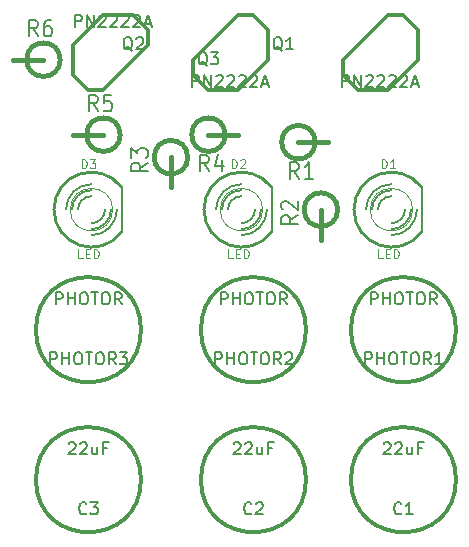
<source format=gto>
G04 (created by PCBNEW (2013-jul-07)-stable) date Friday 21 August 2015 08:53:58 AM IST*
%MOIN*%
G04 Gerber Fmt 3.4, Leading zero omitted, Abs format*
%FSLAX34Y34*%
G01*
G70*
G90*
G04 APERTURE LIST*
%ADD10C,0.00590551*%
%ADD11C,0.012*%
%ADD12C,0.015*%
%ADD13C,0.008*%
%ADD14C,0.003*%
%ADD15C,0.01*%
%ADD16C,0.006*%
%ADD17C,0.0035*%
G04 APERTURE END LIST*
G54D10*
G54D11*
X99500Y-70500D02*
X98000Y-72000D01*
X98000Y-72000D02*
X98000Y-72500D01*
X98000Y-72500D02*
X98500Y-73000D01*
X98500Y-73000D02*
X99500Y-73000D01*
X99500Y-73000D02*
X100500Y-72000D01*
X100500Y-72000D02*
X100500Y-71000D01*
X100500Y-71000D02*
X100000Y-70500D01*
X100000Y-70500D02*
X99500Y-70500D01*
X94500Y-70500D02*
X93000Y-72000D01*
X93000Y-72000D02*
X93000Y-72500D01*
X93000Y-72500D02*
X93500Y-73000D01*
X93500Y-73000D02*
X94500Y-73000D01*
X94500Y-73000D02*
X95500Y-72000D01*
X95500Y-72000D02*
X95500Y-71000D01*
X95500Y-71000D02*
X95000Y-70500D01*
X95000Y-70500D02*
X94500Y-70500D01*
X90000Y-73000D02*
X91500Y-71500D01*
X91500Y-71500D02*
X91500Y-71000D01*
X91500Y-71000D02*
X91000Y-70500D01*
X91000Y-70500D02*
X90000Y-70500D01*
X90000Y-70500D02*
X89000Y-71500D01*
X89000Y-71500D02*
X89000Y-72500D01*
X89000Y-72500D02*
X89500Y-73000D01*
X89500Y-73000D02*
X90000Y-73000D01*
G54D12*
X90000Y-74500D02*
X89000Y-74500D01*
X90559Y-74500D02*
G75*
G03X90559Y-74500I-559J0D01*
G74*
G01*
X97250Y-77000D02*
X97250Y-78000D01*
X97809Y-77000D02*
G75*
G03X97809Y-77000I-559J0D01*
G74*
G01*
X96500Y-74750D02*
X97500Y-74750D01*
X97059Y-74750D02*
G75*
G03X97059Y-74750I-559J0D01*
G74*
G01*
X93500Y-74500D02*
X94500Y-74500D01*
X94059Y-74500D02*
G75*
G03X94059Y-74500I-559J0D01*
G74*
G01*
X92250Y-75250D02*
X92250Y-76250D01*
X92809Y-75250D02*
G75*
G03X92809Y-75250I-559J0D01*
G74*
G01*
X88000Y-72000D02*
X87000Y-72000D01*
X88559Y-72000D02*
G75*
G03X88559Y-72000I-559J0D01*
G74*
G01*
G54D13*
X95620Y-77750D02*
X95620Y-76250D01*
G54D14*
X95307Y-77000D02*
G75*
G03X95307Y-77000I-707J0D01*
G74*
G01*
G54D15*
X95599Y-76249D02*
G75*
G03X95599Y-77750I-999J-750D01*
G74*
G01*
G54D16*
X94600Y-76550D02*
G75*
G03X94150Y-77000I0J-450D01*
G74*
G01*
X94600Y-77450D02*
G75*
G03X95050Y-77000I0J450D01*
G74*
G01*
X94600Y-76350D02*
G75*
G03X93950Y-77000I0J-650D01*
G74*
G01*
X94600Y-77650D02*
G75*
G03X95250Y-77000I0J650D01*
G74*
G01*
X94600Y-76150D02*
G75*
G03X93750Y-77000I0J-850D01*
G74*
G01*
X94600Y-77850D02*
G75*
G03X95450Y-77000I0J850D01*
G74*
G01*
G54D13*
X100620Y-77750D02*
X100620Y-76250D01*
G54D14*
X100307Y-77000D02*
G75*
G03X100307Y-77000I-707J0D01*
G74*
G01*
G54D15*
X100599Y-76249D02*
G75*
G03X100599Y-77750I-999J-750D01*
G74*
G01*
G54D16*
X99600Y-76550D02*
G75*
G03X99150Y-77000I0J-450D01*
G74*
G01*
X99600Y-77450D02*
G75*
G03X100050Y-77000I0J450D01*
G74*
G01*
X99600Y-76350D02*
G75*
G03X98950Y-77000I0J-650D01*
G74*
G01*
X99600Y-77650D02*
G75*
G03X100250Y-77000I0J650D01*
G74*
G01*
X99600Y-76150D02*
G75*
G03X98750Y-77000I0J-850D01*
G74*
G01*
X99600Y-77850D02*
G75*
G03X100450Y-77000I0J850D01*
G74*
G01*
G54D13*
X90620Y-77750D02*
X90620Y-76250D01*
G54D14*
X90307Y-77000D02*
G75*
G03X90307Y-77000I-707J0D01*
G74*
G01*
G54D15*
X90599Y-76249D02*
G75*
G03X90599Y-77750I-999J-750D01*
G74*
G01*
G54D16*
X89600Y-76550D02*
G75*
G03X89150Y-77000I0J-450D01*
G74*
G01*
X89600Y-77450D02*
G75*
G03X90050Y-77000I0J450D01*
G74*
G01*
X89600Y-76350D02*
G75*
G03X88950Y-77000I0J-650D01*
G74*
G01*
X89600Y-77650D02*
G75*
G03X90250Y-77000I0J650D01*
G74*
G01*
X89600Y-76150D02*
G75*
G03X88750Y-77000I0J-850D01*
G74*
G01*
X89600Y-77850D02*
G75*
G03X90450Y-77000I0J850D01*
G74*
G01*
G54D11*
X96750Y-86000D02*
G75*
G03X96750Y-86000I-1750J0D01*
G74*
G01*
X96750Y-81000D02*
G75*
G03X96750Y-81000I-1750J0D01*
G74*
G01*
X91250Y-81000D02*
G75*
G03X91250Y-81000I-1750J0D01*
G74*
G01*
X101750Y-86000D02*
G75*
G03X101750Y-86000I-1750J0D01*
G74*
G01*
X101750Y-81000D02*
G75*
G03X101750Y-81000I-1750J0D01*
G74*
G01*
X91250Y-86000D02*
G75*
G03X91250Y-86000I-1750J0D01*
G74*
G01*
G54D13*
X95961Y-71700D02*
X95923Y-71680D01*
X95885Y-71642D01*
X95828Y-71585D01*
X95790Y-71566D01*
X95752Y-71566D01*
X95771Y-71661D02*
X95733Y-71642D01*
X95695Y-71604D01*
X95676Y-71528D01*
X95676Y-71395D01*
X95695Y-71319D01*
X95733Y-71280D01*
X95771Y-71261D01*
X95847Y-71261D01*
X95885Y-71280D01*
X95923Y-71319D01*
X95942Y-71395D01*
X95942Y-71528D01*
X95923Y-71604D01*
X95885Y-71642D01*
X95847Y-71661D01*
X95771Y-71661D01*
X96323Y-71661D02*
X96095Y-71661D01*
X96209Y-71661D02*
X96209Y-71261D01*
X96171Y-71319D01*
X96133Y-71357D01*
X96095Y-71376D01*
X97952Y-72911D02*
X97952Y-72511D01*
X98104Y-72511D01*
X98142Y-72530D01*
X98161Y-72550D01*
X98180Y-72588D01*
X98180Y-72645D01*
X98161Y-72683D01*
X98142Y-72702D01*
X98104Y-72721D01*
X97952Y-72721D01*
X98352Y-72911D02*
X98352Y-72511D01*
X98580Y-72911D01*
X98580Y-72511D01*
X98752Y-72550D02*
X98771Y-72530D01*
X98809Y-72511D01*
X98904Y-72511D01*
X98942Y-72530D01*
X98961Y-72550D01*
X98980Y-72588D01*
X98980Y-72626D01*
X98961Y-72683D01*
X98733Y-72911D01*
X98980Y-72911D01*
X99133Y-72550D02*
X99152Y-72530D01*
X99190Y-72511D01*
X99285Y-72511D01*
X99323Y-72530D01*
X99342Y-72550D01*
X99361Y-72588D01*
X99361Y-72626D01*
X99342Y-72683D01*
X99114Y-72911D01*
X99361Y-72911D01*
X99514Y-72550D02*
X99533Y-72530D01*
X99571Y-72511D01*
X99666Y-72511D01*
X99704Y-72530D01*
X99723Y-72550D01*
X99742Y-72588D01*
X99742Y-72626D01*
X99723Y-72683D01*
X99495Y-72911D01*
X99742Y-72911D01*
X99895Y-72550D02*
X99914Y-72530D01*
X99952Y-72511D01*
X100047Y-72511D01*
X100085Y-72530D01*
X100104Y-72550D01*
X100123Y-72588D01*
X100123Y-72626D01*
X100104Y-72683D01*
X99876Y-72911D01*
X100123Y-72911D01*
X100276Y-72797D02*
X100466Y-72797D01*
X100238Y-72911D02*
X100371Y-72511D01*
X100504Y-72911D01*
X90961Y-71700D02*
X90923Y-71680D01*
X90885Y-71642D01*
X90828Y-71585D01*
X90790Y-71566D01*
X90752Y-71566D01*
X90771Y-71661D02*
X90733Y-71642D01*
X90695Y-71604D01*
X90676Y-71528D01*
X90676Y-71395D01*
X90695Y-71319D01*
X90733Y-71280D01*
X90771Y-71261D01*
X90847Y-71261D01*
X90885Y-71280D01*
X90923Y-71319D01*
X90942Y-71395D01*
X90942Y-71528D01*
X90923Y-71604D01*
X90885Y-71642D01*
X90847Y-71661D01*
X90771Y-71661D01*
X91095Y-71300D02*
X91114Y-71280D01*
X91152Y-71261D01*
X91247Y-71261D01*
X91285Y-71280D01*
X91304Y-71300D01*
X91323Y-71338D01*
X91323Y-71376D01*
X91304Y-71433D01*
X91076Y-71661D01*
X91323Y-71661D01*
X92952Y-72911D02*
X92952Y-72511D01*
X93104Y-72511D01*
X93142Y-72530D01*
X93161Y-72550D01*
X93180Y-72588D01*
X93180Y-72645D01*
X93161Y-72683D01*
X93142Y-72702D01*
X93104Y-72721D01*
X92952Y-72721D01*
X93352Y-72911D02*
X93352Y-72511D01*
X93580Y-72911D01*
X93580Y-72511D01*
X93752Y-72550D02*
X93771Y-72530D01*
X93809Y-72511D01*
X93904Y-72511D01*
X93942Y-72530D01*
X93961Y-72550D01*
X93980Y-72588D01*
X93980Y-72626D01*
X93961Y-72683D01*
X93733Y-72911D01*
X93980Y-72911D01*
X94133Y-72550D02*
X94152Y-72530D01*
X94190Y-72511D01*
X94285Y-72511D01*
X94323Y-72530D01*
X94342Y-72550D01*
X94361Y-72588D01*
X94361Y-72626D01*
X94342Y-72683D01*
X94114Y-72911D01*
X94361Y-72911D01*
X94514Y-72550D02*
X94533Y-72530D01*
X94571Y-72511D01*
X94666Y-72511D01*
X94704Y-72530D01*
X94723Y-72550D01*
X94742Y-72588D01*
X94742Y-72626D01*
X94723Y-72683D01*
X94495Y-72911D01*
X94742Y-72911D01*
X94895Y-72550D02*
X94914Y-72530D01*
X94952Y-72511D01*
X95047Y-72511D01*
X95085Y-72530D01*
X95104Y-72550D01*
X95123Y-72588D01*
X95123Y-72626D01*
X95104Y-72683D01*
X94876Y-72911D01*
X95123Y-72911D01*
X95276Y-72797D02*
X95466Y-72797D01*
X95238Y-72911D02*
X95371Y-72511D01*
X95504Y-72911D01*
X93461Y-72200D02*
X93423Y-72180D01*
X93385Y-72142D01*
X93328Y-72085D01*
X93290Y-72066D01*
X93252Y-72066D01*
X93271Y-72161D02*
X93233Y-72142D01*
X93195Y-72104D01*
X93176Y-72028D01*
X93176Y-71895D01*
X93195Y-71819D01*
X93233Y-71780D01*
X93271Y-71761D01*
X93347Y-71761D01*
X93385Y-71780D01*
X93423Y-71819D01*
X93442Y-71895D01*
X93442Y-72028D01*
X93423Y-72104D01*
X93385Y-72142D01*
X93347Y-72161D01*
X93271Y-72161D01*
X93576Y-71761D02*
X93823Y-71761D01*
X93690Y-71914D01*
X93747Y-71914D01*
X93785Y-71933D01*
X93804Y-71952D01*
X93823Y-71990D01*
X93823Y-72085D01*
X93804Y-72123D01*
X93785Y-72142D01*
X93747Y-72161D01*
X93633Y-72161D01*
X93595Y-72142D01*
X93576Y-72123D01*
X89052Y-70911D02*
X89052Y-70511D01*
X89204Y-70511D01*
X89242Y-70530D01*
X89261Y-70550D01*
X89280Y-70588D01*
X89280Y-70645D01*
X89261Y-70683D01*
X89242Y-70702D01*
X89204Y-70721D01*
X89052Y-70721D01*
X89452Y-70911D02*
X89452Y-70511D01*
X89680Y-70911D01*
X89680Y-70511D01*
X89852Y-70550D02*
X89871Y-70530D01*
X89909Y-70511D01*
X90004Y-70511D01*
X90042Y-70530D01*
X90061Y-70550D01*
X90080Y-70588D01*
X90080Y-70626D01*
X90061Y-70683D01*
X89833Y-70911D01*
X90080Y-70911D01*
X90233Y-70550D02*
X90252Y-70530D01*
X90290Y-70511D01*
X90385Y-70511D01*
X90423Y-70530D01*
X90442Y-70550D01*
X90461Y-70588D01*
X90461Y-70626D01*
X90442Y-70683D01*
X90214Y-70911D01*
X90461Y-70911D01*
X90614Y-70550D02*
X90633Y-70530D01*
X90671Y-70511D01*
X90766Y-70511D01*
X90804Y-70530D01*
X90823Y-70550D01*
X90842Y-70588D01*
X90842Y-70626D01*
X90823Y-70683D01*
X90595Y-70911D01*
X90842Y-70911D01*
X90995Y-70550D02*
X91014Y-70530D01*
X91052Y-70511D01*
X91147Y-70511D01*
X91185Y-70530D01*
X91204Y-70550D01*
X91223Y-70588D01*
X91223Y-70626D01*
X91204Y-70683D01*
X90976Y-70911D01*
X91223Y-70911D01*
X91376Y-70797D02*
X91566Y-70797D01*
X91338Y-70911D02*
X91471Y-70511D01*
X91604Y-70911D01*
X89816Y-73722D02*
X89650Y-73460D01*
X89530Y-73722D02*
X89530Y-73172D01*
X89721Y-73172D01*
X89769Y-73198D01*
X89792Y-73225D01*
X89816Y-73277D01*
X89816Y-73355D01*
X89792Y-73408D01*
X89769Y-73434D01*
X89721Y-73460D01*
X89530Y-73460D01*
X90269Y-73172D02*
X90030Y-73172D01*
X90007Y-73434D01*
X90030Y-73408D01*
X90078Y-73382D01*
X90197Y-73382D01*
X90245Y-73408D01*
X90269Y-73434D01*
X90292Y-73486D01*
X90292Y-73617D01*
X90269Y-73670D01*
X90245Y-73696D01*
X90197Y-73722D01*
X90078Y-73722D01*
X90030Y-73696D01*
X90007Y-73670D01*
X96472Y-77183D02*
X96210Y-77350D01*
X96472Y-77469D02*
X95922Y-77469D01*
X95922Y-77278D01*
X95948Y-77230D01*
X95975Y-77207D01*
X96027Y-77183D01*
X96105Y-77183D01*
X96158Y-77207D01*
X96184Y-77230D01*
X96210Y-77278D01*
X96210Y-77469D01*
X95975Y-76992D02*
X95948Y-76969D01*
X95922Y-76921D01*
X95922Y-76802D01*
X95948Y-76754D01*
X95975Y-76730D01*
X96027Y-76707D01*
X96079Y-76707D01*
X96158Y-76730D01*
X96472Y-77016D01*
X96472Y-76707D01*
X96516Y-75972D02*
X96350Y-75710D01*
X96230Y-75972D02*
X96230Y-75422D01*
X96421Y-75422D01*
X96469Y-75448D01*
X96492Y-75475D01*
X96516Y-75527D01*
X96516Y-75605D01*
X96492Y-75658D01*
X96469Y-75684D01*
X96421Y-75710D01*
X96230Y-75710D01*
X96992Y-75972D02*
X96707Y-75972D01*
X96850Y-75972D02*
X96850Y-75422D01*
X96802Y-75501D01*
X96754Y-75553D01*
X96707Y-75579D01*
X93516Y-75722D02*
X93350Y-75460D01*
X93230Y-75722D02*
X93230Y-75172D01*
X93421Y-75172D01*
X93469Y-75198D01*
X93492Y-75225D01*
X93516Y-75277D01*
X93516Y-75355D01*
X93492Y-75408D01*
X93469Y-75434D01*
X93421Y-75460D01*
X93230Y-75460D01*
X93945Y-75355D02*
X93945Y-75722D01*
X93826Y-75146D02*
X93707Y-75539D01*
X94016Y-75539D01*
X91472Y-75433D02*
X91210Y-75600D01*
X91472Y-75719D02*
X90922Y-75719D01*
X90922Y-75528D01*
X90948Y-75480D01*
X90975Y-75457D01*
X91027Y-75433D01*
X91105Y-75433D01*
X91158Y-75457D01*
X91184Y-75480D01*
X91210Y-75528D01*
X91210Y-75719D01*
X90922Y-75266D02*
X90922Y-74957D01*
X91132Y-75123D01*
X91132Y-75052D01*
X91158Y-75004D01*
X91184Y-74980D01*
X91236Y-74957D01*
X91367Y-74957D01*
X91420Y-74980D01*
X91446Y-75004D01*
X91472Y-75052D01*
X91472Y-75195D01*
X91446Y-75242D01*
X91420Y-75266D01*
X87816Y-71222D02*
X87650Y-70960D01*
X87530Y-71222D02*
X87530Y-70672D01*
X87721Y-70672D01*
X87769Y-70698D01*
X87792Y-70725D01*
X87816Y-70777D01*
X87816Y-70855D01*
X87792Y-70908D01*
X87769Y-70934D01*
X87721Y-70960D01*
X87530Y-70960D01*
X88245Y-70672D02*
X88150Y-70672D01*
X88102Y-70698D01*
X88078Y-70725D01*
X88030Y-70803D01*
X88007Y-70908D01*
X88007Y-71117D01*
X88030Y-71170D01*
X88054Y-71196D01*
X88102Y-71222D01*
X88197Y-71222D01*
X88245Y-71196D01*
X88269Y-71170D01*
X88292Y-71117D01*
X88292Y-70986D01*
X88269Y-70934D01*
X88245Y-70908D01*
X88197Y-70882D01*
X88102Y-70882D01*
X88054Y-70908D01*
X88030Y-70934D01*
X88007Y-70986D01*
G54D17*
X94278Y-75621D02*
X94278Y-75321D01*
X94350Y-75321D01*
X94392Y-75335D01*
X94421Y-75364D01*
X94435Y-75392D01*
X94450Y-75450D01*
X94450Y-75492D01*
X94435Y-75550D01*
X94421Y-75578D01*
X94392Y-75607D01*
X94350Y-75621D01*
X94278Y-75621D01*
X94564Y-75350D02*
X94578Y-75335D01*
X94607Y-75321D01*
X94678Y-75321D01*
X94707Y-75335D01*
X94721Y-75350D01*
X94735Y-75378D01*
X94735Y-75407D01*
X94721Y-75450D01*
X94550Y-75621D01*
X94735Y-75621D01*
X94307Y-78621D02*
X94164Y-78621D01*
X94164Y-78321D01*
X94407Y-78464D02*
X94507Y-78464D01*
X94550Y-78621D02*
X94407Y-78621D01*
X94407Y-78321D01*
X94550Y-78321D01*
X94678Y-78621D02*
X94678Y-78321D01*
X94750Y-78321D01*
X94792Y-78335D01*
X94821Y-78364D01*
X94835Y-78392D01*
X94850Y-78450D01*
X94850Y-78492D01*
X94835Y-78550D01*
X94821Y-78578D01*
X94792Y-78607D01*
X94750Y-78621D01*
X94678Y-78621D01*
X99278Y-75621D02*
X99278Y-75321D01*
X99350Y-75321D01*
X99392Y-75335D01*
X99421Y-75364D01*
X99435Y-75392D01*
X99450Y-75450D01*
X99450Y-75492D01*
X99435Y-75550D01*
X99421Y-75578D01*
X99392Y-75607D01*
X99350Y-75621D01*
X99278Y-75621D01*
X99735Y-75621D02*
X99564Y-75621D01*
X99650Y-75621D02*
X99650Y-75321D01*
X99621Y-75364D01*
X99592Y-75392D01*
X99564Y-75407D01*
X99307Y-78621D02*
X99164Y-78621D01*
X99164Y-78321D01*
X99407Y-78464D02*
X99507Y-78464D01*
X99550Y-78621D02*
X99407Y-78621D01*
X99407Y-78321D01*
X99550Y-78321D01*
X99678Y-78621D02*
X99678Y-78321D01*
X99750Y-78321D01*
X99792Y-78335D01*
X99821Y-78364D01*
X99835Y-78392D01*
X99850Y-78450D01*
X99850Y-78492D01*
X99835Y-78550D01*
X99821Y-78578D01*
X99792Y-78607D01*
X99750Y-78621D01*
X99678Y-78621D01*
X89278Y-75621D02*
X89278Y-75321D01*
X89350Y-75321D01*
X89392Y-75335D01*
X89421Y-75364D01*
X89435Y-75392D01*
X89450Y-75450D01*
X89450Y-75492D01*
X89435Y-75550D01*
X89421Y-75578D01*
X89392Y-75607D01*
X89350Y-75621D01*
X89278Y-75621D01*
X89550Y-75321D02*
X89735Y-75321D01*
X89635Y-75435D01*
X89678Y-75435D01*
X89707Y-75450D01*
X89721Y-75464D01*
X89735Y-75492D01*
X89735Y-75564D01*
X89721Y-75592D01*
X89707Y-75607D01*
X89678Y-75621D01*
X89592Y-75621D01*
X89564Y-75607D01*
X89550Y-75592D01*
X89307Y-78621D02*
X89164Y-78621D01*
X89164Y-78321D01*
X89407Y-78464D02*
X89507Y-78464D01*
X89550Y-78621D02*
X89407Y-78621D01*
X89407Y-78321D01*
X89550Y-78321D01*
X89678Y-78621D02*
X89678Y-78321D01*
X89750Y-78321D01*
X89792Y-78335D01*
X89821Y-78364D01*
X89835Y-78392D01*
X89850Y-78450D01*
X89850Y-78492D01*
X89835Y-78550D01*
X89821Y-78578D01*
X89792Y-78607D01*
X89750Y-78621D01*
X89678Y-78621D01*
G54D13*
X94933Y-87123D02*
X94914Y-87142D01*
X94857Y-87161D01*
X94819Y-87161D01*
X94761Y-87142D01*
X94723Y-87104D01*
X94704Y-87066D01*
X94685Y-86990D01*
X94685Y-86933D01*
X94704Y-86857D01*
X94723Y-86819D01*
X94761Y-86780D01*
X94819Y-86761D01*
X94857Y-86761D01*
X94914Y-86780D01*
X94933Y-86800D01*
X95085Y-86800D02*
X95104Y-86780D01*
X95142Y-86761D01*
X95238Y-86761D01*
X95276Y-86780D01*
X95295Y-86800D01*
X95314Y-86838D01*
X95314Y-86876D01*
X95295Y-86933D01*
X95066Y-87161D01*
X95314Y-87161D01*
X94342Y-84800D02*
X94361Y-84780D01*
X94400Y-84761D01*
X94495Y-84761D01*
X94533Y-84780D01*
X94552Y-84800D01*
X94571Y-84838D01*
X94571Y-84876D01*
X94552Y-84933D01*
X94323Y-85161D01*
X94571Y-85161D01*
X94723Y-84800D02*
X94742Y-84780D01*
X94780Y-84761D01*
X94876Y-84761D01*
X94914Y-84780D01*
X94933Y-84800D01*
X94952Y-84838D01*
X94952Y-84876D01*
X94933Y-84933D01*
X94704Y-85161D01*
X94952Y-85161D01*
X95295Y-84895D02*
X95295Y-85161D01*
X95123Y-84895D02*
X95123Y-85104D01*
X95142Y-85142D01*
X95180Y-85161D01*
X95238Y-85161D01*
X95276Y-85142D01*
X95295Y-85123D01*
X95619Y-84952D02*
X95485Y-84952D01*
X95485Y-85161D02*
X95485Y-84761D01*
X95676Y-84761D01*
X93723Y-82161D02*
X93723Y-81761D01*
X93876Y-81761D01*
X93914Y-81780D01*
X93933Y-81800D01*
X93952Y-81838D01*
X93952Y-81895D01*
X93933Y-81933D01*
X93914Y-81952D01*
X93876Y-81971D01*
X93723Y-81971D01*
X94123Y-82161D02*
X94123Y-81761D01*
X94123Y-81952D02*
X94352Y-81952D01*
X94352Y-82161D02*
X94352Y-81761D01*
X94619Y-81761D02*
X94695Y-81761D01*
X94733Y-81780D01*
X94771Y-81819D01*
X94790Y-81895D01*
X94790Y-82028D01*
X94771Y-82104D01*
X94733Y-82142D01*
X94695Y-82161D01*
X94619Y-82161D01*
X94580Y-82142D01*
X94542Y-82104D01*
X94523Y-82028D01*
X94523Y-81895D01*
X94542Y-81819D01*
X94580Y-81780D01*
X94619Y-81761D01*
X94904Y-81761D02*
X95133Y-81761D01*
X95019Y-82161D02*
X95019Y-81761D01*
X95342Y-81761D02*
X95419Y-81761D01*
X95457Y-81780D01*
X95495Y-81819D01*
X95514Y-81895D01*
X95514Y-82028D01*
X95495Y-82104D01*
X95457Y-82142D01*
X95419Y-82161D01*
X95342Y-82161D01*
X95304Y-82142D01*
X95266Y-82104D01*
X95247Y-82028D01*
X95247Y-81895D01*
X95266Y-81819D01*
X95304Y-81780D01*
X95342Y-81761D01*
X95914Y-82161D02*
X95780Y-81971D01*
X95685Y-82161D02*
X95685Y-81761D01*
X95838Y-81761D01*
X95876Y-81780D01*
X95895Y-81800D01*
X95914Y-81838D01*
X95914Y-81895D01*
X95895Y-81933D01*
X95876Y-81952D01*
X95838Y-81971D01*
X95685Y-81971D01*
X96066Y-81800D02*
X96085Y-81780D01*
X96123Y-81761D01*
X96219Y-81761D01*
X96257Y-81780D01*
X96276Y-81800D01*
X96295Y-81838D01*
X96295Y-81876D01*
X96276Y-81933D01*
X96047Y-82161D01*
X96295Y-82161D01*
X93914Y-80161D02*
X93914Y-79761D01*
X94066Y-79761D01*
X94104Y-79780D01*
X94123Y-79800D01*
X94142Y-79838D01*
X94142Y-79895D01*
X94123Y-79933D01*
X94104Y-79952D01*
X94066Y-79971D01*
X93914Y-79971D01*
X94314Y-80161D02*
X94314Y-79761D01*
X94314Y-79952D02*
X94542Y-79952D01*
X94542Y-80161D02*
X94542Y-79761D01*
X94809Y-79761D02*
X94885Y-79761D01*
X94923Y-79780D01*
X94961Y-79819D01*
X94980Y-79895D01*
X94980Y-80028D01*
X94961Y-80104D01*
X94923Y-80142D01*
X94885Y-80161D01*
X94809Y-80161D01*
X94771Y-80142D01*
X94733Y-80104D01*
X94714Y-80028D01*
X94714Y-79895D01*
X94733Y-79819D01*
X94771Y-79780D01*
X94809Y-79761D01*
X95095Y-79761D02*
X95323Y-79761D01*
X95209Y-80161D02*
X95209Y-79761D01*
X95533Y-79761D02*
X95609Y-79761D01*
X95647Y-79780D01*
X95685Y-79819D01*
X95704Y-79895D01*
X95704Y-80028D01*
X95685Y-80104D01*
X95647Y-80142D01*
X95609Y-80161D01*
X95533Y-80161D01*
X95495Y-80142D01*
X95457Y-80104D01*
X95438Y-80028D01*
X95438Y-79895D01*
X95457Y-79819D01*
X95495Y-79780D01*
X95533Y-79761D01*
X96104Y-80161D02*
X95971Y-79971D01*
X95876Y-80161D02*
X95876Y-79761D01*
X96028Y-79761D01*
X96066Y-79780D01*
X96085Y-79800D01*
X96104Y-79838D01*
X96104Y-79895D01*
X96085Y-79933D01*
X96066Y-79952D01*
X96028Y-79971D01*
X95876Y-79971D01*
X88223Y-82161D02*
X88223Y-81761D01*
X88376Y-81761D01*
X88414Y-81780D01*
X88433Y-81800D01*
X88452Y-81838D01*
X88452Y-81895D01*
X88433Y-81933D01*
X88414Y-81952D01*
X88376Y-81971D01*
X88223Y-81971D01*
X88623Y-82161D02*
X88623Y-81761D01*
X88623Y-81952D02*
X88852Y-81952D01*
X88852Y-82161D02*
X88852Y-81761D01*
X89119Y-81761D02*
X89195Y-81761D01*
X89233Y-81780D01*
X89271Y-81819D01*
X89290Y-81895D01*
X89290Y-82028D01*
X89271Y-82104D01*
X89233Y-82142D01*
X89195Y-82161D01*
X89119Y-82161D01*
X89080Y-82142D01*
X89042Y-82104D01*
X89023Y-82028D01*
X89023Y-81895D01*
X89042Y-81819D01*
X89080Y-81780D01*
X89119Y-81761D01*
X89404Y-81761D02*
X89633Y-81761D01*
X89519Y-82161D02*
X89519Y-81761D01*
X89842Y-81761D02*
X89919Y-81761D01*
X89957Y-81780D01*
X89995Y-81819D01*
X90014Y-81895D01*
X90014Y-82028D01*
X89995Y-82104D01*
X89957Y-82142D01*
X89919Y-82161D01*
X89842Y-82161D01*
X89804Y-82142D01*
X89766Y-82104D01*
X89747Y-82028D01*
X89747Y-81895D01*
X89766Y-81819D01*
X89804Y-81780D01*
X89842Y-81761D01*
X90414Y-82161D02*
X90280Y-81971D01*
X90185Y-82161D02*
X90185Y-81761D01*
X90338Y-81761D01*
X90376Y-81780D01*
X90395Y-81800D01*
X90414Y-81838D01*
X90414Y-81895D01*
X90395Y-81933D01*
X90376Y-81952D01*
X90338Y-81971D01*
X90185Y-81971D01*
X90547Y-81761D02*
X90795Y-81761D01*
X90661Y-81914D01*
X90719Y-81914D01*
X90757Y-81933D01*
X90776Y-81952D01*
X90795Y-81990D01*
X90795Y-82085D01*
X90776Y-82123D01*
X90757Y-82142D01*
X90719Y-82161D01*
X90604Y-82161D01*
X90566Y-82142D01*
X90547Y-82123D01*
X88414Y-80161D02*
X88414Y-79761D01*
X88566Y-79761D01*
X88604Y-79780D01*
X88623Y-79800D01*
X88642Y-79838D01*
X88642Y-79895D01*
X88623Y-79933D01*
X88604Y-79952D01*
X88566Y-79971D01*
X88414Y-79971D01*
X88814Y-80161D02*
X88814Y-79761D01*
X88814Y-79952D02*
X89042Y-79952D01*
X89042Y-80161D02*
X89042Y-79761D01*
X89309Y-79761D02*
X89385Y-79761D01*
X89423Y-79780D01*
X89461Y-79819D01*
X89480Y-79895D01*
X89480Y-80028D01*
X89461Y-80104D01*
X89423Y-80142D01*
X89385Y-80161D01*
X89309Y-80161D01*
X89271Y-80142D01*
X89233Y-80104D01*
X89214Y-80028D01*
X89214Y-79895D01*
X89233Y-79819D01*
X89271Y-79780D01*
X89309Y-79761D01*
X89595Y-79761D02*
X89823Y-79761D01*
X89709Y-80161D02*
X89709Y-79761D01*
X90033Y-79761D02*
X90109Y-79761D01*
X90147Y-79780D01*
X90185Y-79819D01*
X90204Y-79895D01*
X90204Y-80028D01*
X90185Y-80104D01*
X90147Y-80142D01*
X90109Y-80161D01*
X90033Y-80161D01*
X89995Y-80142D01*
X89957Y-80104D01*
X89938Y-80028D01*
X89938Y-79895D01*
X89957Y-79819D01*
X89995Y-79780D01*
X90033Y-79761D01*
X90604Y-80161D02*
X90471Y-79971D01*
X90376Y-80161D02*
X90376Y-79761D01*
X90528Y-79761D01*
X90566Y-79780D01*
X90585Y-79800D01*
X90604Y-79838D01*
X90604Y-79895D01*
X90585Y-79933D01*
X90566Y-79952D01*
X90528Y-79971D01*
X90376Y-79971D01*
X99933Y-87123D02*
X99914Y-87142D01*
X99857Y-87161D01*
X99819Y-87161D01*
X99761Y-87142D01*
X99723Y-87104D01*
X99704Y-87066D01*
X99685Y-86990D01*
X99685Y-86933D01*
X99704Y-86857D01*
X99723Y-86819D01*
X99761Y-86780D01*
X99819Y-86761D01*
X99857Y-86761D01*
X99914Y-86780D01*
X99933Y-86800D01*
X100314Y-87161D02*
X100085Y-87161D01*
X100200Y-87161D02*
X100200Y-86761D01*
X100161Y-86819D01*
X100123Y-86857D01*
X100085Y-86876D01*
X99342Y-84800D02*
X99361Y-84780D01*
X99400Y-84761D01*
X99495Y-84761D01*
X99533Y-84780D01*
X99552Y-84800D01*
X99571Y-84838D01*
X99571Y-84876D01*
X99552Y-84933D01*
X99323Y-85161D01*
X99571Y-85161D01*
X99723Y-84800D02*
X99742Y-84780D01*
X99780Y-84761D01*
X99876Y-84761D01*
X99914Y-84780D01*
X99933Y-84800D01*
X99952Y-84838D01*
X99952Y-84876D01*
X99933Y-84933D01*
X99704Y-85161D01*
X99952Y-85161D01*
X100295Y-84895D02*
X100295Y-85161D01*
X100123Y-84895D02*
X100123Y-85104D01*
X100142Y-85142D01*
X100180Y-85161D01*
X100238Y-85161D01*
X100276Y-85142D01*
X100295Y-85123D01*
X100619Y-84952D02*
X100485Y-84952D01*
X100485Y-85161D02*
X100485Y-84761D01*
X100676Y-84761D01*
X98723Y-82161D02*
X98723Y-81761D01*
X98876Y-81761D01*
X98914Y-81780D01*
X98933Y-81800D01*
X98952Y-81838D01*
X98952Y-81895D01*
X98933Y-81933D01*
X98914Y-81952D01*
X98876Y-81971D01*
X98723Y-81971D01*
X99123Y-82161D02*
X99123Y-81761D01*
X99123Y-81952D02*
X99352Y-81952D01*
X99352Y-82161D02*
X99352Y-81761D01*
X99619Y-81761D02*
X99695Y-81761D01*
X99733Y-81780D01*
X99771Y-81819D01*
X99790Y-81895D01*
X99790Y-82028D01*
X99771Y-82104D01*
X99733Y-82142D01*
X99695Y-82161D01*
X99619Y-82161D01*
X99580Y-82142D01*
X99542Y-82104D01*
X99523Y-82028D01*
X99523Y-81895D01*
X99542Y-81819D01*
X99580Y-81780D01*
X99619Y-81761D01*
X99904Y-81761D02*
X100133Y-81761D01*
X100019Y-82161D02*
X100019Y-81761D01*
X100342Y-81761D02*
X100419Y-81761D01*
X100457Y-81780D01*
X100495Y-81819D01*
X100514Y-81895D01*
X100514Y-82028D01*
X100495Y-82104D01*
X100457Y-82142D01*
X100419Y-82161D01*
X100342Y-82161D01*
X100304Y-82142D01*
X100266Y-82104D01*
X100247Y-82028D01*
X100247Y-81895D01*
X100266Y-81819D01*
X100304Y-81780D01*
X100342Y-81761D01*
X100914Y-82161D02*
X100780Y-81971D01*
X100685Y-82161D02*
X100685Y-81761D01*
X100838Y-81761D01*
X100876Y-81780D01*
X100895Y-81800D01*
X100914Y-81838D01*
X100914Y-81895D01*
X100895Y-81933D01*
X100876Y-81952D01*
X100838Y-81971D01*
X100685Y-81971D01*
X101295Y-82161D02*
X101066Y-82161D01*
X101180Y-82161D02*
X101180Y-81761D01*
X101142Y-81819D01*
X101104Y-81857D01*
X101066Y-81876D01*
X98914Y-80161D02*
X98914Y-79761D01*
X99066Y-79761D01*
X99104Y-79780D01*
X99123Y-79800D01*
X99142Y-79838D01*
X99142Y-79895D01*
X99123Y-79933D01*
X99104Y-79952D01*
X99066Y-79971D01*
X98914Y-79971D01*
X99314Y-80161D02*
X99314Y-79761D01*
X99314Y-79952D02*
X99542Y-79952D01*
X99542Y-80161D02*
X99542Y-79761D01*
X99809Y-79761D02*
X99885Y-79761D01*
X99923Y-79780D01*
X99961Y-79819D01*
X99980Y-79895D01*
X99980Y-80028D01*
X99961Y-80104D01*
X99923Y-80142D01*
X99885Y-80161D01*
X99809Y-80161D01*
X99771Y-80142D01*
X99733Y-80104D01*
X99714Y-80028D01*
X99714Y-79895D01*
X99733Y-79819D01*
X99771Y-79780D01*
X99809Y-79761D01*
X100095Y-79761D02*
X100323Y-79761D01*
X100209Y-80161D02*
X100209Y-79761D01*
X100533Y-79761D02*
X100609Y-79761D01*
X100647Y-79780D01*
X100685Y-79819D01*
X100704Y-79895D01*
X100704Y-80028D01*
X100685Y-80104D01*
X100647Y-80142D01*
X100609Y-80161D01*
X100533Y-80161D01*
X100495Y-80142D01*
X100457Y-80104D01*
X100438Y-80028D01*
X100438Y-79895D01*
X100457Y-79819D01*
X100495Y-79780D01*
X100533Y-79761D01*
X101104Y-80161D02*
X100971Y-79971D01*
X100876Y-80161D02*
X100876Y-79761D01*
X101028Y-79761D01*
X101066Y-79780D01*
X101085Y-79800D01*
X101104Y-79838D01*
X101104Y-79895D01*
X101085Y-79933D01*
X101066Y-79952D01*
X101028Y-79971D01*
X100876Y-79971D01*
X89433Y-87123D02*
X89414Y-87142D01*
X89357Y-87161D01*
X89319Y-87161D01*
X89261Y-87142D01*
X89223Y-87104D01*
X89204Y-87066D01*
X89185Y-86990D01*
X89185Y-86933D01*
X89204Y-86857D01*
X89223Y-86819D01*
X89261Y-86780D01*
X89319Y-86761D01*
X89357Y-86761D01*
X89414Y-86780D01*
X89433Y-86800D01*
X89566Y-86761D02*
X89814Y-86761D01*
X89680Y-86914D01*
X89738Y-86914D01*
X89776Y-86933D01*
X89795Y-86952D01*
X89814Y-86990D01*
X89814Y-87085D01*
X89795Y-87123D01*
X89776Y-87142D01*
X89738Y-87161D01*
X89623Y-87161D01*
X89585Y-87142D01*
X89566Y-87123D01*
X88842Y-84800D02*
X88861Y-84780D01*
X88900Y-84761D01*
X88995Y-84761D01*
X89033Y-84780D01*
X89052Y-84800D01*
X89071Y-84838D01*
X89071Y-84876D01*
X89052Y-84933D01*
X88823Y-85161D01*
X89071Y-85161D01*
X89223Y-84800D02*
X89242Y-84780D01*
X89280Y-84761D01*
X89376Y-84761D01*
X89414Y-84780D01*
X89433Y-84800D01*
X89452Y-84838D01*
X89452Y-84876D01*
X89433Y-84933D01*
X89204Y-85161D01*
X89452Y-85161D01*
X89795Y-84895D02*
X89795Y-85161D01*
X89623Y-84895D02*
X89623Y-85104D01*
X89642Y-85142D01*
X89680Y-85161D01*
X89738Y-85161D01*
X89776Y-85142D01*
X89795Y-85123D01*
X90119Y-84952D02*
X89985Y-84952D01*
X89985Y-85161D02*
X89985Y-84761D01*
X90176Y-84761D01*
M02*

</source>
